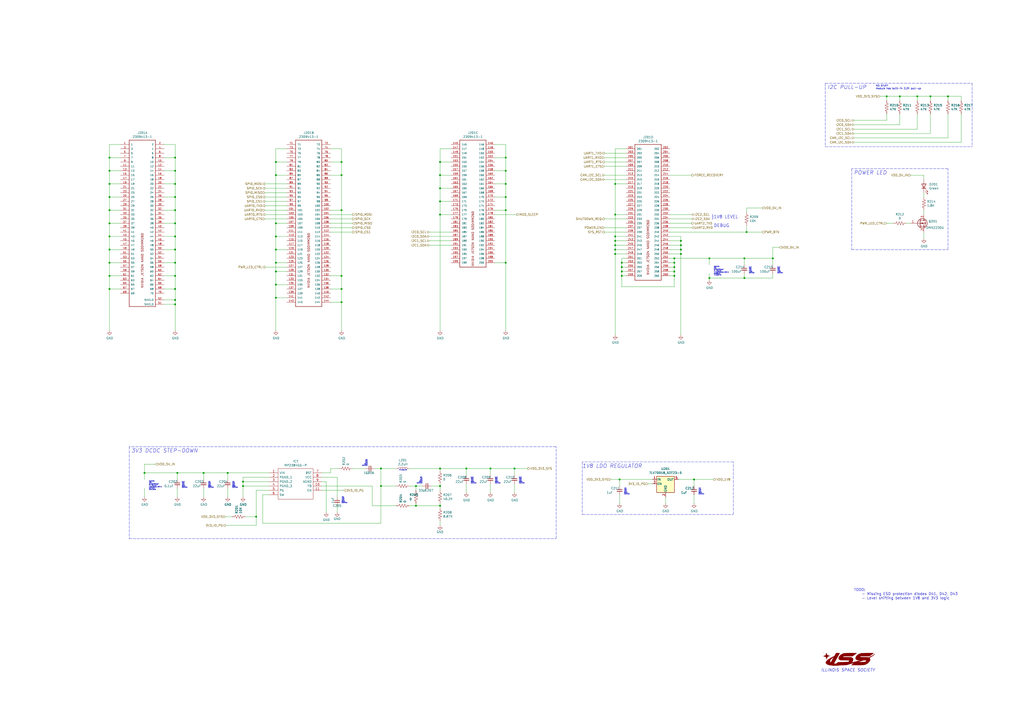
<source format=kicad_sch>
(kicad_sch (version 20211123) (generator eeschema)
  (paper "A2")
  (title_block (title "TARS - MK2 Advanced Computation Board"))
  (junction (at 63.5 121.92))
  (junction (at 293.37 152.4))
  (junction (at 198.12 160.02))
  (junction (at 160.02 165.1))
  (junction (at 140.97 279.4))
  (junction (at 293.37 114.3))
  (junction (at 101.6 106.68))
  (junction (at 101.6 121.92))
  (junction (at 539.75 55.88))
  (junction (at 63.5 114.3))
  (junction (at 255.27 271.78))
  (junction (at 198.12 121.92))
  (junction (at 101.6 152.4))
  (junction (at 270.51 271.78))
  (junction (at 132.08 274.32))
  (junction (at 433.07 134.62))
  (junction (at 198.12 101.6))
  (junction (at 220.98 281.94))
  (junction (at 391.16 154.94))
  (junction (at 356.87 106.68))
  (junction (at 101.6 167.64))
  (junction (at 521.97 55.88))
  (junction (at 360.68 160.02))
  (junction (at 160.02 152.4))
  (junction (at 356.87 147.32))
  (junction (at 402.59 278.13))
  (junction (at 298.45 271.78))
  (junction (at 532.13 55.88))
  (junction (at 431.8 149.86))
  (junction (at 391.16 157.48))
  (junction (at 356.87 139.7))
  (junction (at 63.5 144.78))
  (junction (at 241.3 281.94))
  (junction (at 63.5 129.54))
  (junction (at 148.59 299.72))
  (junction (at 360.68 154.94))
  (junction (at 118.11 274.32))
  (junction (at 293.37 91.44))
  (junction (at 101.6 137.16))
  (junction (at 255.27 281.94))
  (junction (at 255.27 124.46))
  (junction (at 394.97 144.78))
  (junction (at 102.87 274.32))
  (junction (at 391.16 149.86))
  (junction (at 360.68 157.48))
  (junction (at 160.02 144.78))
  (junction (at 101.6 176.53))
  (junction (at 549.91 55.88))
  (junction (at 101.6 114.3))
  (junction (at 284.48 271.78))
  (junction (at 411.48 161.29))
  (junction (at 198.12 93.98))
  (junction (at 101.6 129.54))
  (junction (at 293.37 99.06))
  (junction (at 411.48 149.86))
  (junction (at 101.6 173.99))
  (junction (at 83.82 274.32))
  (junction (at 63.5 91.44))
  (junction (at 394.97 142.24))
  (junction (at 101.6 99.06))
  (junction (at 360.68 152.4))
  (junction (at 101.6 91.44))
  (junction (at 356.87 137.16))
  (junction (at 359.41 278.13))
  (junction (at 63.5 137.16))
  (junction (at 63.5 167.64))
  (junction (at 220.98 271.78))
  (junction (at 255.27 293.37))
  (junction (at 356.87 124.46))
  (junction (at 356.87 142.24))
  (junction (at 394.97 147.32))
  (junction (at 293.37 106.68))
  (junction (at 255.27 101.6))
  (junction (at 198.12 167.64))
  (junction (at 101.6 160.02))
  (junction (at 160.02 129.54))
  (junction (at 356.87 144.78))
  (junction (at 160.02 93.98))
  (junction (at 293.37 121.92))
  (junction (at 101.6 144.78))
  (junction (at 448.31 149.86))
  (junction (at 394.97 139.7))
  (junction (at 241.3 293.37))
  (junction (at 140.97 281.94))
  (junction (at 63.5 106.68))
  (junction (at 255.27 109.22))
  (junction (at 63.5 152.4))
  (junction (at 160.02 172.72))
  (junction (at 63.5 99.06))
  (junction (at 160.02 101.6))
  (junction (at 391.16 160.02))
  (junction (at 255.27 93.98))
  (junction (at 255.27 116.84))
  (junction (at 514.35 55.88))
  (junction (at 160.02 137.16))
  (junction (at 160.02 157.48))
  (junction (at 391.16 152.4))
  (junction (at 63.5 160.02))
  (junction (at 431.8 161.29))
  (junction (at 198.12 175.26))
  (wire (pts (xy 140.97 276.86) (xy 140.97 279.4)))
  (wire (pts (xy 166.37 116.84) (xy 153.67 116.84)))
  (wire (pts (xy 360.68 152.4) (xy 360.68 154.94)))
  (wire (pts (xy 132.08 274.32) (xy 156.21 274.32)))
  (wire (pts (xy 160.02 157.48) (xy 160.02 165.1)))
  (wire (pts (xy 350.52 88.9) (xy 363.22 88.9)))
  (wire (pts (xy 156.21 281.94) (xy 140.97 281.94)))
  (wire (pts (xy 160.02 86.36) (xy 160.02 93.98)))
  (wire (pts (xy 101.6 176.53) (xy 101.6 191.77)))
  (wire (pts (xy 363.22 149.86) (xy 360.68 149.86)))
  (wire (pts (xy 431.8 161.29) (xy 448.31 161.29)))
  (wire (pts (xy 528.32 101.6) (xy 535.94 101.6)))
  (wire (pts (xy 350.52 134.62) (xy 363.22 134.62)))
  (polyline (pts (xy 494.03 97.79) (xy 494.03 144.78)))
  (wire (pts (xy 95.25 176.53) (xy 101.6 176.53)))
  (wire (pts (xy 83.82 269.24) (xy 83.82 274.32)))
  (wire (pts (xy 388.62 154.94) (xy 391.16 154.94)))
  (wire (pts (xy 160.02 165.1) (xy 160.02 172.72)))
  (wire (pts (xy 95.25 152.4) (xy 101.6 152.4)))
  (wire (pts (xy 63.5 99.06) (xy 63.5 106.68)))
  (wire (pts (xy 293.37 99.06) (xy 293.37 106.68)))
  (wire (pts (xy 191.77 160.02) (xy 198.12 160.02)))
  (polyline (pts (xy 478.79 85.09) (xy 563.88 85.09)))
  (wire (pts (xy 401.32 101.6) (xy 388.62 101.6)))
  (wire (pts (xy 363.22 86.36) (xy 356.87 86.36)))
  (wire (pts (xy 388.62 127) (xy 401.32 127)))
  (wire (pts (xy 166.37 157.48) (xy 160.02 157.48)))
  (wire (pts (xy 83.82 278.13) (xy 83.82 274.32)))
  (wire (pts (xy 287.02 121.92) (xy 293.37 121.92)))
  (wire (pts (xy 521.97 66.04) (xy 521.97 72.39)))
  (wire (pts (xy 402.59 281.94) (xy 402.59 278.13)))
  (wire (pts (xy 156.21 287.02) (xy 152.4 287.02)))
  (wire (pts (xy 166.37 152.4) (xy 160.02 152.4)))
  (wire (pts (xy 186.69 279.4) (xy 189.23 279.4)))
  (wire (pts (xy 360.68 166.37) (xy 391.16 166.37)))
  (wire (pts (xy 532.13 55.88) (xy 539.75 55.88)))
  (wire (pts (xy 69.85 152.4) (xy 63.5 152.4)))
  (wire (pts (xy 191.77 274.32) (xy 191.77 271.78)))
  (wire (pts (xy 394.97 139.7) (xy 394.97 142.24)))
  (wire (pts (xy 388.62 134.62) (xy 433.07 134.62)))
  (wire (pts (xy 393.7 278.13) (xy 402.59 278.13)))
  (wire (pts (xy 166.37 114.3) (xy 153.67 114.3)))
  (wire (pts (xy 549.91 55.88) (xy 549.91 58.42)))
  (wire (pts (xy 354.33 278.13) (xy 359.41 278.13)))
  (wire (pts (xy 237.49 271.78) (xy 255.27 271.78)))
  (wire (pts (xy 69.85 144.78) (xy 63.5 144.78)))
  (wire (pts (xy 241.3 293.37) (xy 255.27 293.37)))
  (wire (pts (xy 388.62 160.02) (xy 391.16 160.02)))
  (wire (pts (xy 198.12 175.26) (xy 198.12 191.77)))
  (wire (pts (xy 63.5 167.64) (xy 63.5 191.77)))
  (wire (pts (xy 549.91 55.88) (xy 557.53 55.88)))
  (wire (pts (xy 63.5 144.78) (xy 63.5 152.4)))
  (wire (pts (xy 186.69 281.94) (xy 215.9 281.94)))
  (wire (pts (xy 514.35 55.88) (xy 510.54 55.88)))
  (wire (pts (xy 160.02 144.78) (xy 160.02 152.4)))
  (wire (pts (xy 153.67 111.76) (xy 166.37 111.76)))
  (wire (pts (xy 69.85 129.54) (xy 63.5 129.54)))
  (wire (pts (xy 287.02 83.82) (xy 293.37 83.82)))
  (wire (pts (xy 248.92 139.7) (xy 261.62 139.7)))
  (wire (pts (xy 394.97 137.16) (xy 394.97 139.7)))
  (wire (pts (xy 363.22 104.14) (xy 350.52 104.14)))
  (wire (pts (xy 166.37 127) (xy 153.67 127)))
  (wire (pts (xy 160.02 137.16) (xy 160.02 144.78)))
  (wire (pts (xy 557.53 55.88) (xy 557.53 58.42)))
  (wire (pts (xy 411.48 161.29) (xy 411.48 162.56)))
  (wire (pts (xy 535.94 101.6) (xy 535.94 104.14)))
  (polyline (pts (xy 549.91 144.78) (xy 549.91 97.79)))
  (wire (pts (xy 411.48 149.86) (xy 411.48 153.67)))
  (wire (pts (xy 153.67 106.68) (xy 166.37 106.68)))
  (wire (pts (xy 360.68 149.86) (xy 360.68 152.4)))
  (wire (pts (xy 153.67 154.94) (xy 166.37 154.94)))
  (wire (pts (xy 261.62 124.46) (xy 255.27 124.46)))
  (wire (pts (xy 375.92 280.67) (xy 378.46 280.67)))
  (wire (pts (xy 95.25 114.3) (xy 101.6 114.3)))
  (wire (pts (xy 363.22 124.46) (xy 356.87 124.46)))
  (wire (pts (xy 514.35 55.88) (xy 521.97 55.88)))
  (wire (pts (xy 255.27 86.36) (xy 255.27 93.98)))
  (wire (pts (xy 270.51 271.78) (xy 284.48 271.78)))
  (wire (pts (xy 514.35 58.42) (xy 514.35 55.88)))
  (wire (pts (xy 63.5 137.16) (xy 63.5 144.78)))
  (wire (pts (xy 433.07 134.62) (xy 433.07 130.81)))
  (wire (pts (xy 101.6 160.02) (xy 101.6 167.64)))
  (wire (pts (xy 287.02 114.3) (xy 293.37 114.3)))
  (wire (pts (xy 255.27 124.46) (xy 255.27 191.77)))
  (wire (pts (xy 134.62 299.72) (xy 130.81 299.72)))
  (wire (pts (xy 388.62 152.4) (xy 391.16 152.4)))
  (wire (pts (xy 363.22 144.78) (xy 356.87 144.78)))
  (wire (pts (xy 148.59 304.8) (xy 130.81 304.8)))
  (wire (pts (xy 189.23 279.4) (xy 189.23 297.18)))
  (wire (pts (xy 363.22 137.16) (xy 356.87 137.16)))
  (wire (pts (xy 118.11 274.32) (xy 102.87 274.32)))
  (wire (pts (xy 220.98 271.78) (xy 229.87 271.78)))
  (wire (pts (xy 356.87 137.16) (xy 356.87 139.7)))
  (wire (pts (xy 299.72 124.46) (xy 287.02 124.46)))
  (wire (pts (xy 391.16 166.37) (xy 391.16 160.02)))
  (wire (pts (xy 261.62 116.84) (xy 255.27 116.84)))
  (wire (pts (xy 132.08 274.32) (xy 118.11 274.32)))
  (wire (pts (xy 148.59 299.72) (xy 148.59 284.48)))
  (polyline (pts (xy 478.79 48.26) (xy 563.88 48.26)))
  (wire (pts (xy 204.47 271.78) (xy 212.09 271.78)))
  (wire (pts (xy 363.22 96.52) (xy 350.52 96.52)))
  (wire (pts (xy 191.77 127) (xy 204.47 127)))
  (wire (pts (xy 186.69 284.48) (xy 199.39 284.48)))
  (wire (pts (xy 411.48 149.86) (xy 431.8 149.86)))
  (wire (pts (xy 95.25 91.44) (xy 101.6 91.44)))
  (wire (pts (xy 356.87 147.32) (xy 356.87 194.31)))
  (wire (pts (xy 229.87 281.94) (xy 220.98 281.94)))
  (wire (pts (xy 261.62 142.24) (xy 248.92 142.24)))
  (wire (pts (xy 298.45 271.78) (xy 298.45 275.59)))
  (wire (pts (xy 284.48 275.59) (xy 284.48 271.78)))
  (wire (pts (xy 101.6 99.06) (xy 101.6 106.68)))
  (wire (pts (xy 557.53 82.55) (xy 557.53 66.04)))
  (wire (pts (xy 284.48 271.78) (xy 298.45 271.78)))
  (wire (pts (xy 391.16 149.86) (xy 411.48 149.86)))
  (wire (pts (xy 359.41 287.02) (xy 359.41 292.1)))
  (wire (pts (xy 535.94 121.92) (xy 535.94 124.46)))
  (wire (pts (xy 388.62 132.08) (xy 401.32 132.08)))
  (wire (pts (xy 363.22 91.44) (xy 350.52 91.44)))
  (wire (pts (xy 186.69 274.32) (xy 191.77 274.32)))
  (wire (pts (xy 220.98 281.94) (xy 220.98 303.53)))
  (wire (pts (xy 220.98 281.94) (xy 220.98 271.78)))
  (wire (pts (xy 101.6 152.4) (xy 101.6 160.02)))
  (wire (pts (xy 148.59 299.72) (xy 148.59 304.8)))
  (wire (pts (xy 102.87 283.21) (xy 102.87 288.29)))
  (wire (pts (xy 287.02 152.4) (xy 293.37 152.4)))
  (wire (pts (xy 198.12 121.92) (xy 198.12 160.02)))
  (wire (pts (xy 363.22 106.68) (xy 356.87 106.68)))
  (polyline (pts (xy 494.03 144.78) (xy 549.91 144.78)))
  (wire (pts (xy 532.13 74.93) (xy 532.13 66.04)))
  (wire (pts (xy 63.5 129.54) (xy 63.5 137.16)))
  (wire (pts (xy 360.68 157.48) (xy 360.68 160.02)))
  (wire (pts (xy 261.62 101.6) (xy 255.27 101.6)))
  (wire (pts (xy 195.58 276.86) (xy 195.58 288.29)))
  (wire (pts (xy 363.22 152.4) (xy 360.68 152.4)))
  (wire (pts (xy 101.6 83.82) (xy 101.6 91.44)))
  (wire (pts (xy 166.37 121.92) (xy 153.67 121.92)))
  (wire (pts (xy 63.5 121.92) (xy 63.5 129.54)))
  (polyline (pts (xy 425.45 267.97) (xy 337.82 267.97)))
  (wire (pts (xy 514.35 129.54) (xy 518.16 129.54)))
  (wire (pts (xy 521.97 55.88) (xy 532.13 55.88)))
  (wire (pts (xy 402.59 278.13) (xy 414.02 278.13)))
  (wire (pts (xy 359.41 278.13) (xy 378.46 278.13)))
  (wire (pts (xy 140.97 279.4) (xy 140.97 281.94)))
  (wire (pts (xy 388.62 157.48) (xy 391.16 157.48)))
  (wire (pts (xy 360.68 160.02) (xy 360.68 166.37)))
  (wire (pts (xy 391.16 152.4) (xy 391.16 149.86)))
  (wire (pts (xy 160.02 129.54) (xy 160.02 137.16)))
  (wire (pts (xy 63.5 152.4) (xy 63.5 160.02)))
  (wire (pts (xy 95.25 160.02) (xy 101.6 160.02)))
  (wire (pts (xy 69.85 99.06) (xy 63.5 99.06)))
  (polyline (pts (xy 425.45 298.45) (xy 425.45 267.97)))
  (wire (pts (xy 198.12 167.64) (xy 198.12 175.26)))
  (wire (pts (xy 255.27 292.1) (xy 255.27 293.37)))
  (wire (pts (xy 83.82 283.21) (xy 83.82 288.29)))
  (wire (pts (xy 388.62 139.7) (xy 394.97 139.7)))
  (wire (pts (xy 411.48 158.75) (xy 411.48 161.29)))
  (wire (pts (xy 360.68 154.94) (xy 360.68 157.48)))
  (wire (pts (xy 363.22 139.7) (xy 356.87 139.7)))
  (wire (pts (xy 433.07 120.65) (xy 441.96 120.65)))
  (wire (pts (xy 152.4 303.53) (xy 220.98 303.53)))
  (wire (pts (xy 101.6 144.78) (xy 101.6 152.4)))
  (wire (pts (xy 452.12 143.51) (xy 448.31 143.51)))
  (wire (pts (xy 241.3 292.1) (xy 241.3 293.37)))
  (wire (pts (xy 293.37 121.92) (xy 293.37 152.4)))
  (wire (pts (xy 539.75 55.88) (xy 539.75 58.42)))
  (wire (pts (xy 142.24 299.72) (xy 148.59 299.72)))
  (wire (pts (xy 101.6 106.68) (xy 101.6 114.3)))
  (wire (pts (xy 191.77 93.98) (xy 198.12 93.98)))
  (polyline (pts (xy 74.93 312.42) (xy 322.58 312.42)))
  (wire (pts (xy 95.25 106.68) (xy 101.6 106.68)))
  (wire (pts (xy 101.6 137.16) (xy 101.6 144.78)))
  (polyline (pts (xy 337.82 298.45) (xy 425.45 298.45)))
  (wire (pts (xy 360.68 154.94) (xy 363.22 154.94)))
  (wire (pts (xy 298.45 280.67) (xy 298.45 285.75)))
  (wire (pts (xy 186.69 276.86) (xy 195.58 276.86)))
  (wire (pts (xy 191.77 134.62) (xy 204.47 134.62)))
  (wire (pts (xy 356.87 86.36) (xy 356.87 106.68)))
  (wire (pts (xy 356.87 124.46) (xy 356.87 137.16)))
  (wire (pts (xy 363.22 157.48) (xy 360.68 157.48)))
  (wire (pts (xy 298.45 271.78) (xy 306.07 271.78)))
  (wire (pts (xy 102.87 278.13) (xy 102.87 274.32)))
  (wire (pts (xy 160.02 93.98) (xy 160.02 101.6)))
  (wire (pts (xy 63.5 114.3) (xy 63.5 121.92)))
  (wire (pts (xy 495.3 77.47) (xy 539.75 77.47)))
  (wire (pts (xy 388.62 129.54) (xy 401.32 129.54)))
  (wire (pts (xy 287.02 91.44) (xy 293.37 91.44)))
  (wire (pts (xy 204.47 124.46) (xy 191.77 124.46)))
  (wire (pts (xy 69.85 121.92) (xy 63.5 121.92)))
  (wire (pts (xy 148.59 284.48) (xy 156.21 284.48)))
  (wire (pts (xy 95.25 99.06) (xy 101.6 99.06)))
  (wire (pts (xy 102.87 274.32) (xy 83.82 274.32)))
  (wire (pts (xy 255.27 271.78) (xy 270.51 271.78)))
  (wire (pts (xy 166.37 129.54) (xy 160.02 129.54)))
  (wire (pts (xy 350.52 132.08) (xy 363.22 132.08)))
  (wire (pts (xy 549.91 80.01) (xy 549.91 66.04)))
  (wire (pts (xy 198.12 160.02) (xy 198.12 167.64)))
  (wire (pts (xy 539.75 77.47) (xy 539.75 66.04)))
  (wire (pts (xy 495.3 80.01) (xy 549.91 80.01)))
  (wire (pts (xy 95.25 129.54) (xy 101.6 129.54)))
  (wire (pts (xy 69.85 114.3) (xy 63.5 114.3)))
  (wire (pts (xy 198.12 101.6) (xy 198.12 121.92)))
  (wire (pts (xy 101.6 173.99) (xy 101.6 176.53)))
  (wire (pts (xy 448.31 149.86) (xy 448.31 153.67)))
  (wire (pts (xy 95.25 121.92) (xy 101.6 121.92)))
  (wire (pts (xy 95.25 83.82) (xy 101.6 83.82)))
  (wire (pts (xy 69.85 160.02) (xy 63.5 160.02)))
  (wire (pts (xy 521.97 55.88) (xy 521.97 58.42)))
  (wire (pts (xy 350.52 127) (xy 363.22 127)))
  (wire (pts (xy 217.17 271.78) (xy 220.98 271.78)))
  (wire (pts (xy 363.22 142.24) (xy 356.87 142.24)))
  (wire (pts (xy 388.62 142.24) (xy 394.97 142.24)))
  (wire (pts (xy 160.02 152.4) (xy 160.02 157.48)))
  (wire (pts (xy 495.3 69.85) (xy 514.35 69.85)))
  (wire (pts (xy 386.08 292.1) (xy 386.08 288.29)))
  (wire (pts (xy 118.11 283.21) (xy 118.11 288.29)))
  (wire (pts (xy 411.48 161.29) (xy 431.8 161.29)))
  (wire (pts (xy 101.6 121.92) (xy 101.6 129.54)))
  (wire (pts (xy 191.77 101.6) (xy 198.12 101.6)))
  (wire (pts (xy 132.08 278.13) (xy 132.08 274.32)))
  (wire (pts (xy 448.31 161.29) (xy 448.31 158.75)))
  (wire (pts (xy 101.6 129.54) (xy 101.6 137.16)))
  (wire (pts (xy 248.92 134.62) (xy 261.62 134.62)))
  (wire (pts (xy 388.62 137.16) (xy 394.97 137.16)))
  (wire (pts (xy 293.37 114.3) (xy 293.37 121.92)))
  (wire (pts (xy 402.59 287.02) (xy 402.59 292.1)))
  (wire (pts (xy 95.25 167.64) (xy 101.6 167.64)))
  (wire (pts (xy 293.37 83.82) (xy 293.37 91.44)))
  (wire (pts (xy 160.02 172.72) (xy 160.02 191.77)))
  (wire (pts (xy 293.37 152.4) (xy 293.37 191.77)))
  (wire (pts (xy 237.49 293.37) (xy 241.3 293.37)))
  (wire (pts (xy 391.16 160.02) (xy 391.16 157.48)))
  (wire (pts (xy 69.85 137.16) (xy 63.5 137.16)))
  (wire (pts (xy 360.68 160.02) (xy 363.22 160.02)))
  (wire (pts (xy 152.4 287.02) (xy 152.4 303.53)))
  (wire (pts (xy 359.41 281.94) (xy 359.41 278.13)))
  (wire (pts (xy 204.47 129.54) (xy 191.77 129.54)))
  (wire (pts (xy 495.3 72.39) (xy 521.97 72.39)))
  (wire (pts (xy 394.97 147.32) (xy 394.97 194.31)))
  (wire (pts (xy 350.52 93.98) (xy 363.22 93.98)))
  (wire (pts (xy 255.27 281.94) (xy 255.27 280.67)))
  (wire (pts (xy 356.87 142.24) (xy 356.87 144.78)))
  (wire (pts (xy 255.27 273.05) (xy 255.27 271.78)))
  (wire (pts (xy 101.6 114.3) (xy 101.6 121.92)))
  (wire (pts (xy 166.37 86.36) (xy 160.02 86.36)))
  (wire (pts (xy 287.02 99.06) (xy 293.37 99.06)))
  (wire (pts (xy 166.37 93.98) (xy 160.02 93.98)))
  (wire (pts (xy 153.67 119.38) (xy 166.37 119.38)))
  (wire (pts (xy 394.97 142.24) (xy 394.97 144.78)))
  (wire (pts (xy 241.3 284.48) (xy 241.3 281.94)))
  (wire (pts (xy 363.22 147.32) (xy 356.87 147.32)))
  (wire (pts (xy 391.16 154.94) (xy 391.16 152.4)))
  (wire (pts (xy 69.85 83.82) (xy 63.5 83.82)))
  (wire (pts (xy 191.77 121.92) (xy 198.12 121.92)))
  (wire (pts (xy 166.37 144.78) (xy 160.02 144.78)))
  (wire (pts (xy 63.5 106.68) (xy 63.5 114.3)))
  (wire (pts (xy 153.67 124.46) (xy 166.37 124.46)))
  (wire (pts (xy 261.62 137.16) (xy 248.92 137.16)))
  (wire (pts (xy 140.97 279.4) (xy 156.21 279.4)))
  (wire (pts (xy 388.62 144.78) (xy 394.97 144.78)))
  (wire (pts (xy 140.97 281.94) (xy 140.97 288.29)))
  (wire (pts (xy 391.16 149.86) (xy 388.62 149.86)))
  (polyline (pts (xy 478.79 48.26) (xy 478.79 85.09)))
  (wire (pts (xy 191.77 271.78) (xy 196.85 271.78)))
  (wire (pts (xy 250.19 281.94) (xy 255.27 281.94)))
  (wire (pts (xy 191.77 175.26) (xy 198.12 175.26)))
  (wire (pts (xy 166.37 101.6) (xy 160.02 101.6)))
  (wire (pts (xy 293.37 106.68) (xy 293.37 114.3)))
  (wire (pts (xy 215.9 293.37) (xy 215.9 281.94)))
  (wire (pts (xy 535.94 111.76) (xy 535.94 114.3)))
  (polyline (pts (xy 337.82 267.97) (xy 337.82 298.45)))
  (polyline (pts (xy 322.58 312.42) (xy 322.58 259.08)))
  (wire (pts (xy 394.97 144.78) (xy 394.97 147.32)))
  (wire (pts (xy 535.94 134.62) (xy 535.94 138.43)))
  (wire (pts (xy 495.3 74.93) (xy 532.13 74.93)))
  (wire (pts (xy 191.77 86.36) (xy 198.12 86.36)))
  (wire (pts (xy 255.27 109.22) (xy 255.27 116.84)))
  (wire (pts (xy 160.02 101.6) (xy 160.02 129.54)))
  (wire (pts (xy 261.62 109.22) (xy 255.27 109.22)))
  (wire (pts (xy 90.17 269.24) (xy 83.82 269.24)))
  (wire (pts (xy 284.48 280.67) (xy 284.48 285.75)))
  (wire (pts (xy 237.49 281.94) (xy 241.3 281.94)))
  (wire (pts (xy 191.77 167.64) (xy 198.12 167.64)))
  (wire (pts (xy 166.37 165.1) (xy 160.02 165.1)))
  (wire (pts (xy 532.13 55.88) (xy 532.13 58.42)))
  (wire (pts (xy 270.51 280.67) (xy 270.51 285.75)))
  (wire (pts (xy 255.27 93.98) (xy 255.27 101.6)))
  (wire (pts (xy 63.5 160.02) (xy 63.5 167.64)))
  (wire (pts (xy 95.25 137.16) (xy 101.6 137.16)))
  (wire (pts (xy 69.85 106.68) (xy 63.5 106.68)))
  (wire (pts (xy 525.78 129.54) (xy 528.32 129.54)))
  (wire (pts (xy 448.31 149.86) (xy 448.31 143.51)))
  (wire (pts (xy 363.22 101.6) (xy 350.52 101.6)))
  (wire (pts (xy 156.21 276.86) (xy 140.97 276.86)))
  (wire (pts (xy 514.35 66.04) (xy 514.35 69.85)))
  (wire (pts (xy 270.51 275.59) (xy 270.51 271.78)))
  (wire (pts (xy 293.37 91.44) (xy 293.37 99.06)))
  (wire (pts (xy 95.25 173.99) (xy 101.6 173.99)))
  (wire (pts (xy 191.77 132.08) (xy 204.47 132.08)))
  (wire (pts (xy 287.02 106.68) (xy 293.37 106.68)))
  (wire (pts (xy 118.11 278.13) (xy 118.11 274.32)))
  (wire (pts (xy 261.62 86.36) (xy 255.27 86.36)))
  (polyline (pts (xy 563.88 48.26) (xy 563.88 85.09)))
  (polyline (pts (xy 322.58 259.08) (xy 74.93 259.08)))
  (wire (pts (xy 495.3 82.55) (xy 557.53 82.55)))
  (wire (pts (xy 101.6 91.44) (xy 101.6 99.06)))
  (wire (pts (xy 195.58 293.37) (xy 195.58 297.18)))
  (wire (pts (xy 69.85 167.64) (xy 63.5 167.64)))
  (wire (pts (xy 166.37 137.16) (xy 160.02 137.16)))
  (wire (pts (xy 356.87 139.7) (xy 356.87 142.24)))
  (wire (pts (xy 255.27 302.26) (xy 255.27 304.8)))
  (wire (pts (xy 166.37 172.72) (xy 160.02 172.72)))
  (wire (pts (xy 198.12 93.98) (xy 198.12 101.6)))
  (wire (pts (xy 356.87 106.68) (xy 356.87 124.46)))
  (wire (pts (xy 69.85 91.44) (xy 63.5 91.44)))
  (wire (pts (xy 261.62 93.98) (xy 255.27 93.98)))
  (wire (pts (xy 431.8 161.29) (xy 431.8 158.75)))
  (polyline (pts (xy 74.93 259.08) (xy 74.93 312.42)))
  (wire (pts (xy 255.27 293.37) (xy 255.27 294.64)))
  (wire (pts (xy 539.75 55.88) (xy 549.91 55.88)))
  (wire (pts (xy 255.27 281.94) (xy 255.27 284.48)))
  (wire (pts (xy 356.87 144.78) (xy 356.87 147.32)))
  (wire (pts (xy 166.37 109.22) (xy 153.67 109.22)))
  (wire (pts (xy 388.62 124.46) (xy 401.32 124.46)))
  (wire (pts (xy 391.16 157.48) (xy 391.16 154.94)))
  (wire (pts (xy 255.27 116.84) (xy 255.27 124.46)))
  (wire (pts (xy 101.6 167.64) (xy 101.6 173.99)))
  (wire (pts (xy 431.8 153.67) (xy 431.8 149.86)))
  (wire (pts (xy 132.08 283.21) (xy 132.08 288.29)))
  (wire (pts (xy 95.25 144.78) (xy 101.6 144.78)))
  (wire (pts (xy 198.12 86.36) (xy 198.12 93.98)))
  (wire (pts (xy 388.62 147.32) (xy 394.97 147.32)))
  (polyline (pts (xy 549.91 97.79) (xy 494.03 97.79)))
  (wire (pts (xy 433.07 134.62) (xy 441.96 134.62)))
  (wire (pts (xy 63.5 91.44) (xy 63.5 99.06)))
  (wire (pts (xy 63.5 83.82) (xy 63.5 91.44)))
  (wire (pts (xy 255.27 101.6) (xy 255.27 109.22)))
  (wire (pts (xy 215.9 293.37) (xy 229.87 293.37)))
  (wire (pts (xy 241.3 281.94) (xy 245.11 281.94)))
  (wire (pts (xy 433.07 123.19) (xy 433.07 120.65)))
  (wire (pts (xy 431.8 149.86) (xy 448.31 149.86)))
  (text "COMMON\n20%\n6.3V@105degC\nAL-Polymer\n4.7A@105degC,100KHz\n0.008ohm\nTH_D63P25" (at 414.02 160.02 0) (effects (font (size 0.508 0.508)) (justify left bottom)))
  (text "10V\n20%\nX5R\n0805\nCOMMON" (at 134.62 283.21 0) (effects (font (size 0.508 0.508)) (justify left bottom)))
  (text "DEBUG" (at 414.02 132.08 0) (effects (font (size 1.8034 1.8034)) (justify left bottom)))
  (text "TODO:\n    - Missing ESD protection diodes D41, D42, D43\n    - Level shifting between 1V8 and 3V3 logic" (at 495.3 347.98 0) (effects (font (size 1.4986 1.4986)) (justify left bottom)))
  (text "10V\n10%\nX5R\n0603\nCOMMON" (at 213.36 270.51 180) (effects (font (size 0.508 0.508)) (justify right bottom)))
  (text "COMMON\n20%\n6.3V@105degC\nTA-Polymer\n1A@45degC,100KHz\n0.07ohm\nSMD_3528" (at 86.36 284.48 0) (effects (font (size 0.508 0.508)) (justify left bottom)))
  (text "6.3V\n20%\nX5R\n0805\nCOMMON" (at 273.05 280.67 0) (effects (font (size 0.508 0.508)) (justify left bottom)))
  (text "6.3V\n20%\nX5R\n0805\nCOMMON" (at 287.02 280.67 0) (effects (font (size 0.508 0.508)) (justify left bottom)))
  (text "6.3V\n20%\nX5R\n1206\nCOMMON" (at 434.34 158.75 0) (effects (font (size 0.508 0.508)) (justify left bottom)))
  (text "POWER LED" (at 495.3 101.6 0) (effects (font (size 2.2098 2.2098) italic) (justify left bottom)))
  (text "10V\n10%\nX5R\n0603\nCOMMON" (at 405.13 287.02 0) (effects (font (size 0.508 0.508)) (justify left bottom)))
  (text "6.3V\n10%\nX5R\n0603\nCOMMON" (at 105.41 283.21 0) (effects (font (size 0.508 0.508)) (justify left bottom)))
  (text "I2C PULL-UP" (at 480.06 52.07 0) (effects (font (size 2.2098 2.2098) italic) (justify left bottom)))
  (text "PA4332.222" (at 236.22 273.05 180) (effects (font (size 0.508 0.508)) (justify right bottom)))
  (text "6.3V\n20%\nX5R\n1206\nCOMMON" (at 450.85 158.75 0) (effects (font (size 0.508 0.508)) (justify left bottom)))
  (text "NO STUFF\nmodule has built-in 2.2K pull-up" (at 508 52.07 0) (effects (font (size 0.9906 0.9906)) (justify left bottom)))
  (text "10V\n10%\nX5R\n0603\nCOMMON" (at 361.95 287.02 0) (effects (font (size 0.508 0.508)) (justify left bottom)))
  (text "50V\n5%\nC0G\n0603\nCOMMON" (at 245.11 280.67 180) (effects (font (size 0.508 0.508)) (justify right bottom)))
  (text "10V\n20%\nX5R\n0805\nCOMMON" (at 120.65 283.21 0) (effects (font (size 0.508 0.508)) (justify left bottom)))
  (text "}1V8 LEVEL" (at 412.75 127 0) (effects (font (size 1.8034 1.8034)) (justify left bottom)))
  (text "1V8 LDO REGULATOR" (at 337.82 271.78 0) (effects (font (size 2.2098 2.2098) italic) (justify left bottom)))
  (text "10V\n10%\nX5R\n0603\nCOMMON" (at 198.12 292.1 0) (effects (font (size 0.508 0.508)) (justify left bottom)))
  (text "6.3V\n20%\nX5R\n0805\nCOMMON" (at 300.99 280.67 0) (effects (font (size 0.508 0.508)) (justify left bottom)))
  (text "ILLINOIS SPACE SOCIETY" (at 476.25 389.89 0) (effects (font (size 1.7018 1.7018) italic) (justify left bottom)))
  (text "3V3 DCDC STEP-DOWN" (at 76.2 262.89 0) (effects (font (size 2.2098 2.2098) italic) (justify left bottom)))
  (hierarchical_label "VDD_3V3_SYS" (shape input) (at 354.33 278.13 180))
  (hierarchical_label "SPI0_CS1" (shape output) (at 153.67 116.84 180))
  (hierarchical_label "UART0_TXD" (shape output) (at 153.67 119.38 180))
  (hierarchical_label "I2C1_SDA" (shape bidirectional) (at 495.3 77.47 180))
  (hierarchical_label "POWER_EN" (shape input) (at 350.52 132.08 180))
  (hierarchical_label "I2C0_SDA" (shape bidirectional) (at 248.92 137.16 180))
  (hierarchical_label "CAM_I2C_SCL" (shape bidirectional) (at 350.52 101.6 180))
  (hierarchical_label "UART1_TXD" (shape output) (at 350.52 88.9 180))
  (hierarchical_label "VDD_3V3_SYS" (shape input) (at 130.81 299.72 180))
  (hierarchical_label "PWR_BTN" (shape input) (at 441.96 134.62 0))
  (hierarchical_label "UART0_RXD" (shape input) (at 153.67 121.92 180))
  (hierarchical_label "I2C2_SDA" (shape bidirectional) (at 401.32 127 0))
  (hierarchical_label "CAM_I2C_SDA" (shape bidirectional) (at 495.3 82.55 180))
  (hierarchical_label "VDD_5V_IN" (shape input) (at 441.96 120.65 0))
  (hierarchical_label "VDD_5V_IN" (shape input) (at 528.32 101.6 180))
  (hierarchical_label "VDD_1V8" (shape output) (at 414.02 278.13 0))
  (hierarchical_label "CAM_I2C_SCL" (shape bidirectional) (at 495.3 80.01 180))
  (hierarchical_label "I2C0_SDA" (shape bidirectional) (at 495.3 72.39 180))
  (hierarchical_label "PWR_LED_CTRL" (shape input) (at 514.35 129.54 180))
  (hierarchical_label "I2C0_SCL" (shape bidirectional) (at 248.92 134.62 180))
  (hierarchical_label "I2C1_SDA" (shape bidirectional) (at 248.92 142.24 180))
  (hierarchical_label "UART0_CTS" (shape input) (at 153.67 127 180))
  (hierarchical_label "SPI0_MISO" (shape input) (at 204.47 129.54 0))
  (hierarchical_label "VDD_5V_IN" (shape input) (at 90.17 269.24 0))
  (hierarchical_label "SPI0_MOSI" (shape output) (at 204.47 124.46 0))
  (hierarchical_label "UART2_TXD" (shape output) (at 401.32 129.54 0))
  (hierarchical_label "UART0_RTS" (shape output) (at 153.67 124.46 180))
  (hierarchical_label "VDD_5V_IN" (shape input) (at 452.12 143.51 0))
  (hierarchical_label "MOD_SLEEP" (shape output) (at 299.72 124.46 0))
  (hierarchical_label "SPI0_SCK" (shape output) (at 153.67 109.22 180))
  (hierarchical_label "FORCE_RECOVERY" (shape output) (at 401.32 101.6 0))
  (hierarchical_label "UART1_CTS" (shape input) (at 350.52 96.52 180))
  (hierarchical_label "SPI0_SCK" (shape output) (at 204.47 127 0))
  (hierarchical_label "SPI0_CS0" (shape output) (at 204.47 132.08 0))
  (hierarchical_label "CAM_I2C_SDA" (shape bidirectional) (at 350.52 104.14 180))
  (hierarchical_label "I2C2_SCL" (shape bidirectional) (at 401.32 124.46 0))
  (hierarchical_label "3V3_IO_PG" (shape output) (at 130.81 304.8 180))
  (hierarchical_label "SPI0_CS0" (shape output) (at 153.67 114.3 180))
  (hierarchical_label "UART1_RXD" (shape input) (at 350.52 91.44 180))
  (hierarchical_label "3V3_IO_PG" (shape input) (at 199.39 284.48 0))
  (hierarchical_label "SYS_RST" (shape output) (at 350.52 134.62 180))
  (hierarchical_label "PWR_LED_CTRL" (shape output) (at 153.67 154.94 180))
  (hierarchical_label "3V3_IO_PG" (shape input) (at 375.92 280.67 180))
  (hierarchical_label "I2C1_SCL" (shape bidirectional) (at 248.92 139.7 180))
  (hierarchical_label "SPI0_MOSI" (shape output) (at 153.67 106.68 180))
  (hierarchical_label "VDD_3V3_SYS" (shape output) (at 306.07 271.78 0))
  (hierarchical_label "SPI0_CS1" (shape output) (at 204.47 134.62 0))
  (hierarchical_label "I2C0_SCL" (shape bidirectional) (at 495.3 69.85 180))
  (hierarchical_label "UART1_RTS" (shape output) (at 350.52 93.98 180))
  (hierarchical_label "VDD_3V3_SYS" (shape input) (at 510.54 55.88 180))
  (hierarchical_label "UART2_RXD" (shape input) (at 401.32 132.08 0))
  (hierarchical_label "SPI0_MISO" (shape input) (at 153.67 111.76 180))
  (hierarchical_label "SHUTDOWN_REQ" (shape output) (at 350.52 127 180))
  (hierarchical_label "I2C1_SCL" (shape bidirectional) (at 495.3 74.93 180))
  (symbol (lib_id "ISS_LOGO:LOGO") (at 492.76 382.27 0) (unit 1)
    (property "Reference" "#G?" (effects hide))
    (property "Value" "LOGO" (effects hide))
  )
  (symbol (lib_id "Jetson_Nano:2309413-1") (at 82.55 129.54 0) (unit 1)
    (property "Reference" "J201" (at 82.55 77.0382 0))
    (property "Value" "2309413-1" (at 82.55 79.3496 0))
    (property "Footprint" "Jetson_Nano:Jetson_Nano" (effects hide))
    (property "Field4" "9.45 mm" (effects hide))
    (property "Field5" "Manufacturer Recommendations" (effects hide))
    (property "Field6" "4" (effects hide))
  )
  (symbol (lib_id "Jetson_Nano:2309413-1") (at 179.07 129.54 0) (unit 2)
    (property "Reference" "J201" (at 179.07 77.0382 0))
    (property "Value" "2309413-1" (at 179.07 79.3496 0))
    (property "Footprint" "Jetson_Nano:Jetson_Nano" (effects hide))
    (property "Field4" "9.45 mm" (effects hide))
    (property "Field5" "Manufacturer Recommendations" (effects hide))
    (property "Field6" "4" (effects hide))
  )
  (symbol (lib_id "Jetson_Nano:2309413-1") (at 274.32 116.84 0) (unit 3)
    (property "Reference" "J201" (at 274.32 77.0382 0))
    (property "Value" "2309413-1" (at 274.32 79.3496 0))
    (property "Footprint" "Jetson_Nano:Jetson_Nano" (effects hide))
    (property "Field4" "9.45 mm" (effects hide))
    (property "Field5" "Manufacturer Recommendations" (effects hide))
    (property "Field6" "4" (effects hide))
  )
  (symbol (lib_id "Jetson_Nano:2309413-1") (at 375.92 121.92 0) (unit 4)
    (property "Reference" "J201" (at 375.92 79.5782 0))
    (property "Value" "2309413-1" (at 375.92 81.8896 0))
    (property "Footprint" "Jetson_Nano:Jetson_Nano" (effects hide))
    (property "Field4" "9.45 mm" (effects hide))
    (property "Field5" "Manufacturer Recommendations" (effects hide))
    (property "Field6" "4" (effects hide))
  )
  (symbol (lib_id "power:GND") (at 63.5 191.77 0) (unit 1)
    (property "Reference" "#PWR0201" (effects hide))
    (property "Value" "GND" (at 63.627 196.1642 0))
  )
  (symbol (lib_id "power:GND") (at 101.6 191.77 0) (unit 1)
    (property "Reference" "#PWR0203" (effects hide))
    (property "Value" "GND" (at 101.727 196.1642 0))
  )
  (symbol (lib_id "Device:R_US") (at 514.35 62.23 0) (unit 1)
    (property "Reference" "R210" (at 516.0772 61.0616 0) (effects (justify left)))
    (property "Value" "47K" (at 516.0772 63.373 0) (effects (justify left)))
    (property "Footprint" "Resistor_SMD:R_0603_1608Metric" (effects hide))
  )
  (symbol (lib_id "Device:R_US") (at 521.97 62.23 0) (unit 1)
    (property "Reference" "R211" (at 523.6972 61.0616 0) (effects (justify left)))
    (property "Value" "47K" (at 523.6972 63.373 0) (effects (justify left)))
    (property "Footprint" "Resistor_SMD:R_0603_1608Metric" (effects hide))
  )
  (symbol (lib_id "Device:R_US") (at 532.13 62.23 0) (unit 1)
    (property "Reference" "R213" (at 533.8572 61.0616 0) (effects (justify left)))
    (property "Value" "47K" (at 533.8572 63.373 0) (effects (justify left)))
    (property "Footprint" "Resistor_SMD:R_0603_1608Metric" (effects hide))
  )
  (symbol (lib_id "Device:CP1_Small") (at 411.48 156.21 0) (unit 1)
    (property "Reference" "C213" (at 406.4 154.94 0) (effects (justify left)))
    (property "Value" "560uF" (at 403.86 157.48 0) (effects (justify left)))
    (property "Footprint" "Capacitor_THT:CP_Radial_D6.3mm_P2.50mm" (effects hide))
  )
  (symbol (lib_id "Device:R_US") (at 539.75 62.23 0) (unit 1)
    (property "Reference" "R215" (at 541.4772 61.0616 0) (effects (justify left)))
    (property "Value" "47K" (at 541.4772 63.373 0) (effects (justify left)))
    (property "Footprint" "Resistor_SMD:R_0603_1608Metric" (effects hide))
  )
  (symbol (lib_id "power:GND") (at 411.48 162.56 0) (unit 1)
    (property "Reference" "#PWR0223" (effects hide))
    (property "Value" "GND" (at 411.607 166.9542 0))
  )
  (symbol (lib_id "Device:C_Small") (at 431.8 156.21 0) (unit 1)
    (property "Reference" "C214" (at 426.72 154.94 0) (effects (justify left)))
    (property "Value" "100uF" (at 424.18 157.48 0) (effects (justify left)))
    (property "Footprint" "Capacitor_SMD:C_1206_3216Metric" (effects hide))
  )
  (symbol (lib_id "Device:C_Small") (at 448.31 156.21 0) (unit 1)
    (property "Reference" "C215" (at 443.23 154.94 0) (effects (justify left)))
    (property "Value" "100uF" (at 440.69 157.48 0) (effects (justify left)))
    (property "Footprint" "Capacitor_SMD:C_1206_3216Metric" (effects hide))
  )
  (symbol (lib_id "power:GND") (at 160.02 191.77 0) (unit 1)
    (property "Reference" "#PWR0208" (effects hide))
    (property "Value" "GND" (at 160.147 196.1642 0))
  )
  (symbol (lib_id "power:GND") (at 198.12 191.77 0) (unit 1)
    (property "Reference" "#PWR0211" (effects hide))
    (property "Value" "GND" (at 198.247 196.1642 0))
  )
  (symbol (lib_id "power:GND") (at 255.27 191.77 0) (unit 1)
    (property "Reference" "#PWR0212" (effects hide))
    (property "Value" "GND" (at 255.397 196.1642 0))
  )
  (symbol (lib_id "power:GND") (at 293.37 191.77 0) (unit 1)
    (property "Reference" "#PWR0216" (effects hide))
    (property "Value" "GND" (at 293.497 196.1642 0))
  )
  (symbol (lib_id "power:GND") (at 356.87 194.31 0) (unit 1)
    (property "Reference" "#PWR0218" (effects hide))
    (property "Value" "GND" (at 356.997 198.7042 0))
  )
  (symbol (lib_id "power:GND") (at 394.97 194.31 0) (unit 1)
    (property "Reference" "#PWR0221" (effects hide))
    (property "Value" "GND" (at 395.097 198.7042 0))
  )
  (symbol (lib_id "Device:R_US") (at 433.07 127 0) (unit 1)
    (property "Reference" "R209" (at 434.7972 125.8316 0) (effects (justify left)))
    (property "Value" "10K" (at 434.7972 128.143 0) (effects (justify left)))
    (property "Footprint" "Resistor_SMD:R_0603_1608Metric" (effects hide))
  )
  (symbol (lib_id "Device:R_US") (at 549.91 62.23 0) (unit 1)
    (property "Reference" "R216" (at 551.6372 61.0616 0) (effects (justify left)))
    (property "Value" "47K" (at 551.6372 63.373 0) (effects (justify left)))
    (property "Footprint" "Resistor_SMD:R_0603_1608Metric" (effects hide))
  )
  (symbol (lib_id "Device:R_US") (at 557.53 62.23 0) (unit 1)
    (property "Reference" "R217" (at 559.2572 61.0616 0) (effects (justify left)))
    (property "Value" "47K" (at 559.2572 63.373 0) (effects (justify left)))
    (property "Footprint" "Resistor_SMD:R_0603_1608Metric" (effects hide))
  )
  (symbol (lib_id "Device:R_US") (at 521.97 129.54 90) (unit 1)
    (property "Reference" "R212" (at 521.97 124.333 90))
    (property "Value" "0" (at 521.97 126.6444 90))
    (property "Footprint" "Resistor_SMD:R_0603_1608Metric" (effects hide))
  )
  (symbol (lib_id "Transistor_FET:DMN2230U") (at 533.4 129.54 0) (unit 1)
    (property "Reference" "Q201" (at 538.5816 128.3716 0) (effects (justify left)))
    (property "Value" "DMN2230U" (at 537.21 132.08 0) (effects (justify left)))
    (property "Footprint" "Package_TO_SOT_SMD:SOT-23" (effects hide))
    (property "Datasheet" "http://www.diodes.com/assets/Datasheets/ds31180.pdf" (effects hide))
  )
  (symbol (lib_id "Device:R_US") (at 535.94 118.11 0) (unit 1)
    (property "Reference" "R214" (at 537.6672 116.9416 0) (effects (justify left)))
    (property "Value" "1.8K" (at 537.6672 119.253 0) (effects (justify left)))
    (property "Footprint" "Resistor_SMD:R_0603_1608Metric" (effects hide))
  )
  (symbol (lib_id "Device:LED") (at 535.94 107.95 90) (unit 1)
    (property "Reference" "D201" (at 538.9372 106.9594 90) (effects (justify right)))
    (property "Value" "Green" (at 538.9372 109.2708 90) (effects (justify right)))
    (property "Footprint" "Resistor_SMD:R_0603_1608Metric" (effects hide))
  )
  (symbol (lib_id "MP2384GG-P:MP2384GG-P") (at 156.21 274.32 0) (unit 1)
    (property "Reference" "IC?" (at 171.45 267.589 0))
    (property "Value" "MP2384GG-P" (at 171.45 269.9004 0))
    (property "Footprint" "Jetson_Nano:MP2384GGP" (effects hide))
    (property "Datasheet" "https://media.digikey.com/pdf/Data%20Sheets/Monolithic%20Power%20PDF's/MP2384_r1.0.pdf" (effects hide))
    (property "Description" "24V, 4A, SYNCHRONOUS, BUCK CONVERTER" (effects hide))
    (property "Height" "1" (effects hide))
    (property "Manufacturer_Name" "Monolithic Power Systems (MPS)" (effects hide))
    (property "Manufacturer_Part_Number" "MP2384GG-P" (effects hide))
    (property "Mouser Part Number" "946-MP2384GG-P" (effects hide))
    (property "Mouser Price/Stock" "https://www.mouser.co.uk/ProductDetail/Monolithic-Power-Systems-MPS/MP2384GG-P?qs=qSfuJ%252Bfl%2Fd4fty9cPRW%252Bvw%3D%3D" (effects hide))
  )
  (symbol (lib_id "Device:CP1_Small") (at 83.82 280.67 0) (unit 1)
    (property "Reference" "C201" (at 78.74 279.4 0) (effects (justify left)))
    (property "Value" "100uF" (at 76.2 281.94 0) (effects (justify left)))
    (property "Footprint" "Capacitor_Tantalum_SMD:CP_EIA-3528-12_Kemet-T" (effects hide))
  )
  (symbol (lib_id "Device:C_Small") (at 102.87 280.67 0) (unit 1)
    (property "Reference" "C202" (at 97.79 279.4 0) (effects (justify left)))
    (property "Value" "0.1uF" (at 95.25 281.94 0) (effects (justify left)))
    (property "Footprint" "Capacitor_SMD:C_0603_1608Metric" (effects hide))
  )
  (symbol (lib_id "Device:C_Small") (at 118.11 280.67 0) (unit 1)
    (property "Reference" "C203" (at 113.03 279.4 0) (effects (justify left)))
    (property "Value" "22uF" (at 111.76 281.94 0) (effects (justify left)))
    (property "Footprint" "Capacitor_SMD:C_0805_2012Metric" (effects hide))
  )
  (symbol (lib_id "power:GND") (at 535.94 138.43 0) (unit 1)
    (property "Reference" "#PWR0224" (effects hide))
    (property "Value" "GND" (at 536.067 142.8242 0))
  )
  (symbol (lib_id "Device:C_Small") (at 132.08 280.67 0) (unit 1)
    (property "Reference" "C204" (at 127 279.4 0) (effects (justify left)))
    (property "Value" "22uF" (at 125.73 281.94 0) (effects (justify left)))
    (property "Footprint" "Capacitor_SMD:C_0805_2012Metric" (effects hide))
  )
  (symbol (lib_id "power:GND") (at 83.82 288.29 0) (unit 1)
    (property "Reference" "#PWR0202" (effects hide))
    (property "Value" "GND" (at 83.947 292.6842 0))
  )
  (symbol (lib_id "power:GND") (at 102.87 288.29 0) (unit 1)
    (property "Reference" "#PWR0204" (effects hide))
    (property "Value" "GND" (at 102.997 292.6842 0))
  )
  (symbol (lib_id "power:GND") (at 118.11 288.29 0) (unit 1)
    (property "Reference" "#PWR0205" (effects hide))
    (property "Value" "GND" (at 118.237 292.6842 0))
  )
  (symbol (lib_id "power:GND") (at 132.08 288.29 0) (unit 1)
    (property "Reference" "#PWR0206" (effects hide))
    (property "Value" "GND" (at 132.207 292.6842 0))
  )
  (symbol (lib_id "power:GND") (at 140.97 288.29 0) (unit 1)
    (property "Reference" "#PWR0207" (effects hide))
    (property "Value" "GND" (at 141.097 292.6842 0))
  )
  (symbol (lib_id "Device:R_US") (at 138.43 299.72 90) (unit 1)
    (property "Reference" "R201" (at 137.2616 297.9928 0) (effects (justify left)))
    (property "Value" "10K" (at 139.573 297.9928 0) (effects (justify left)))
    (property "Footprint" "Resistor_SMD:R_0603_1608Metric" (effects hide))
  )
  (symbol (lib_id "Device:R_US") (at 200.66 271.78 90) (unit 1)
    (property "Reference" "R202" (at 199.4916 270.0528 0) (effects (justify left)))
    (property "Value" "0" (at 201.803 270.0528 0) (effects (justify left)))
    (property "Footprint" "Resistor_SMD:R_0603_1608Metric" (effects hide))
  )
  (symbol (lib_id "power:GND") (at 189.23 297.18 0) (unit 1)
    (property "Reference" "#PWR0209" (effects hide))
    (property "Value" "GND" (at 189.357 301.5742 0))
  )
  (symbol (lib_id "Device:C_Small") (at 214.63 271.78 90) (unit 1)
    (property "Reference" "C206" (at 217.17 274.32 90) (effects (justify left)))
    (property "Value" "1uF" (at 214.63 274.32 90) (effects (justify left)))
    (property "Footprint" "Capacitor_SMD:C_0603_1608Metric" (effects hide))
  )
  (symbol (lib_id "Device:C_Small") (at 195.58 290.83 0) (unit 1)
    (property "Reference" "C205" (at 193.04 293.37 0) (effects (justify left)))
    (property "Value" "1uF" (at 193.04 292.1 90) (effects (justify left)))
    (property "Footprint" "Capacitor_SMD:C_0603_1608Metric" (effects hide))
  )
  (symbol (lib_id "power:GND") (at 195.58 297.18 0) (unit 1)
    (property "Reference" "#PWR0210" (effects hide))
    (property "Value" "GND" (at 195.58 300.99 0))
  )
  (symbol (lib_id "D24V50F5:L") (at 233.68 271.78 90) (unit 1)
    (property "Reference" "L201" (at 233.68 266.954 90))
    (property "Value" "2.2uH" (at 233.68 269.2654 90))
    (property "Footprint" "Inductor_SMD:L_Bourns-SRN4018" (effects hide))
  )
  (symbol (lib_id "Device:R_US") (at 255.27 276.86 0) (unit 1)
    (property "Reference" "R206" (at 256.9972 275.6916 0) (effects (justify left)))
    (property "Value" "0" (at 256.9972 278.003 0) (effects (justify left)))
    (property "Footprint" "Resistor_SMD:R_0603_1608Metric" (effects hide))
  )
  (symbol (lib_id "Device:R_US") (at 255.27 288.29 0) (unit 1)
    (property "Reference" "R207" (at 256.9972 287.1216 0) (effects (justify left)))
    (property "Value" "40.2K" (at 256.9972 289.433 0) (effects (justify left)))
    (property "Footprint" "Resistor_SMD:R_0603_1608Metric" (effects hide))
  )
  (symbol (lib_id "Device:R_US") (at 255.27 298.45 0) (unit 1)
    (property "Reference" "R208" (at 256.9972 297.2816 0) (effects (justify left)))
    (property "Value" "8.87K" (at 256.9972 299.593 0) (effects (justify left)))
    (property "Footprint" "Resistor_SMD:R_0603_1608Metric" (effects hide))
  )
  (symbol (lib_id "Device:C_Small") (at 247.65 281.94 90) (unit 1)
    (property "Reference" "C207" (at 251.46 284.48 90) (effects (justify left)))
    (property "Value" "33pF" (at 247.65 284.48 90) (effects (justify left)))
    (property "Footprint" "Capacitor_SMD:C_0603_1608Metric" (effects hide))
  )
  (symbol (lib_id "Device:R_US") (at 233.68 281.94 90) (unit 1)
    (property "Reference" "R203" (at 232.5116 280.2128 0) (effects (justify left)))
    (property "Value" "0" (at 234.823 280.2128 0) (effects (justify left)))
    (property "Footprint" "Resistor_SMD:R_0603_1608Metric" (effects hide))
  )
  (symbol (lib_id "Device:R_US") (at 241.3 288.29 0) (unit 1)
    (property "Reference" "R205" (at 237.49 287.02 0) (effects (justify left)))
    (property "Value" "0" (at 237.49 289.56 0) (effects (justify left)))
    (property "Footprint" "Resistor_SMD:R_0603_1608Metric" (effects hide))
  )
  (symbol (lib_id "Device:R_US") (at 233.68 293.37 90) (unit 1)
    (property "Reference" "R204" (at 232.5116 291.6428 0) (effects (justify left)))
    (property "Value" "0" (at 234.823 291.6428 0) (effects (justify left)))
    (property "Footprint" "Resistor_SMD:R_0603_1608Metric" (effects hide))
  )
  (symbol (lib_id "power:GND") (at 255.27 304.8 0) (unit 1)
    (property "Reference" "#PWR0213" (effects hide))
    (property "Value" "GND" (at 255.27 308.61 0))
  )
  (symbol (lib_id "Device:C_Small") (at 270.51 278.13 0) (unit 1)
    (property "Reference" "C208" (at 265.43 276.86 0) (effects (justify left)))
    (property "Value" "22uF" (at 264.16 279.4 0) (effects (justify left)))
    (property "Footprint" "Capacitor_SMD:C_0805_2012Metric" (effects hide))
  )
  (symbol (lib_id "Device:C_Small") (at 284.48 278.13 0) (unit 1)
    (property "Reference" "C209" (at 279.4 276.86 0) (effects (justify left)))
    (property "Value" "22uF" (at 278.13 279.4 0) (effects (justify left)))
    (property "Footprint" "Capacitor_SMD:C_0805_2012Metric" (effects hide))
  )
  (symbol (lib_id "power:GND") (at 270.51 285.75 0) (unit 1)
    (property "Reference" "#PWR0214" (effects hide))
    (property "Value" "GND" (at 270.637 290.1442 0))
  )
  (symbol (lib_id "power:GND") (at 284.48 285.75 0) (unit 1)
    (property "Reference" "#PWR0215" (effects hide))
    (property "Value" "GND" (at 284.607 290.1442 0))
  )
  (symbol (lib_id "Device:C_Small") (at 298.45 278.13 0) (unit 1)
    (property "Reference" "C210" (at 293.37 276.86 0) (effects (justify left)))
    (property "Value" "22uF" (at 292.1 279.4 0) (effects (justify left)))
    (property "Footprint" "Capacitor_SMD:C_0805_2012Metric" (effects hide))
  )
  (symbol (lib_id "power:GND") (at 298.45 285.75 0) (unit 1)
    (property "Reference" "#PWR0217" (effects hide))
    (property "Value" "GND" (at 298.577 290.1442 0))
  )
  (symbol (lib_id "Regulator_Linear:TLV70018_SOT23-5") (at 386.08 280.67 0) (unit 1)
    (property "Reference" "U201" (at 386.08 271.9832 0))
    (property "Value" "TLV70018_SOT23-5" (at 386.08 274.2946 0))
    (property "Footprint" "Package_TO_SOT_SMD:SOT-23-5" (effects hide))
    (property "Datasheet" "http://www.ti.com/lit/ds/symlink/tlv700.pdf" (effects hide))
  )
  (symbol (lib_id "Device:C_Small") (at 359.41 284.48 0) (unit 1)
    (property "Reference" "C211" (at 354.33 283.21 0) (effects (justify left)))
    (property "Value" "1uF" (at 351.79 285.75 0) (effects (justify left)))
    (property "Footprint" "Capacitor_SMD:C_0603_1608Metric" (effects hide))
  )
  (symbol (lib_id "power:GND") (at 359.41 292.1 0) (unit 1)
    (property "Reference" "#PWR0219" (effects hide))
    (property "Value" "GND" (at 359.537 296.4942 0))
  )
  (symbol (lib_id "power:GND") (at 386.08 292.1 0) (unit 1)
    (property "Reference" "#PWR0220" (effects hide))
    (property "Value" "GND" (at 386.207 296.4942 0))
  )
  (symbol (lib_id "Device:C_Small") (at 402.59 284.48 0) (unit 1)
    (property "Reference" "C212" (at 397.51 283.21 0) (effects (justify left)))
    (property "Value" "1uF" (at 394.97 285.75 0) (effects (justify left)))
    (property "Footprint" "Capacitor_SMD:C_0603_1608Metric" (effects hide))
  )
  (symbol (lib_id "power:GND") (at 402.59 292.1 0) (unit 1)
    (property "Reference" "#PWR0222" (effects hide))
    (property "Value" "GND" (at 402.717 296.4942 0))
  )
)
</source>
